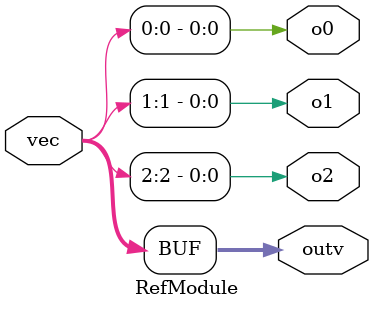
<source format=v>
module RefModule (
  input [2:0] vec,
  output [2:0] outv,
  output o2,
  output o1,
  output o0
);

  assign outv = vec;
  assign {o2, o1, o0} = vec;

endmodule


</source>
